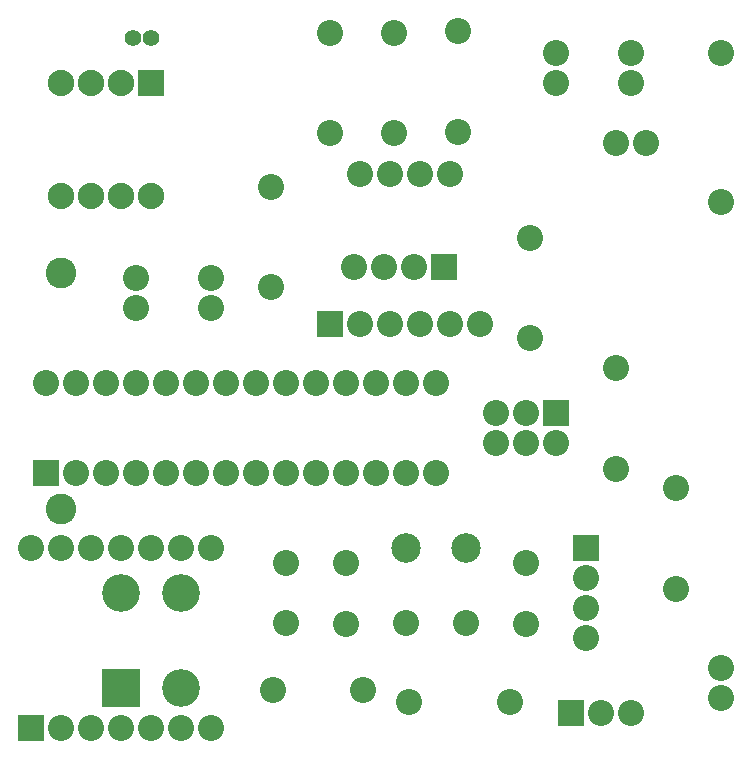
<source format=gts>
G04*
G04 #@! TF.GenerationSoftware,Altium Limited,Altium Designer,21.7.2 (23)*
G04*
G04 Layer_Color=8388736*
%FSLAX25Y25*%
%MOIN*%
G70*
G04*
G04 #@! TF.SameCoordinates,5A2C8144-CC96-4660-950F-F598549C9966*
G04*
G04*
G04 #@! TF.FilePolarity,Negative*
G04*
G01*
G75*
%ADD12C,0.10249*%
%ADD13C,0.08674*%
%ADD14R,0.08674X0.08674*%
%ADD15C,0.09855*%
%ADD16R,0.12611X0.12611*%
%ADD17C,0.12611*%
%ADD18C,0.05524*%
%ADD19C,0.08800*%
%ADD20R,0.08800X0.08800*%
%ADD21R,0.08674X0.08674*%
D12*
X19437Y83098D02*
D03*
Y161839D02*
D03*
D13*
X169000Y19000D02*
D03*
X135535D02*
D03*
X120000Y23000D02*
D03*
X90000D02*
D03*
X239437Y235098D02*
D03*
Y185492D02*
D03*
X19437Y10256D02*
D03*
X29437D02*
D03*
X39437D02*
D03*
X49437D02*
D03*
X59437D02*
D03*
X69437D02*
D03*
X9437Y70098D02*
D03*
X19437D02*
D03*
X29437D02*
D03*
X39437D02*
D03*
X49437D02*
D03*
X59437D02*
D03*
X69437D02*
D03*
X174437Y115098D02*
D03*
X164437D02*
D03*
X184437Y105098D02*
D03*
X174437D02*
D03*
X164437D02*
D03*
X144437Y125098D02*
D03*
X134437D02*
D03*
X124437D02*
D03*
X114437D02*
D03*
X104437D02*
D03*
X94437D02*
D03*
X84437D02*
D03*
X74437D02*
D03*
X64437D02*
D03*
X54437D02*
D03*
X44437D02*
D03*
X34437D02*
D03*
X24437D02*
D03*
X14437D02*
D03*
X144437Y95098D02*
D03*
X134437D02*
D03*
X124437D02*
D03*
X114437D02*
D03*
X104437D02*
D03*
X94437D02*
D03*
X84437D02*
D03*
X74437D02*
D03*
X64437D02*
D03*
X54437D02*
D03*
X44437D02*
D03*
X34437D02*
D03*
X24437D02*
D03*
X114437Y45020D02*
D03*
Y65098D02*
D03*
X154437Y45098D02*
D03*
X134358D02*
D03*
X174437Y45020D02*
D03*
Y65098D02*
D03*
X94437Y45098D02*
D03*
Y65177D02*
D03*
X224437Y90098D02*
D03*
Y56634D02*
D03*
X151947Y209000D02*
D03*
Y242465D02*
D03*
X89437Y190563D02*
D03*
Y157098D02*
D03*
X130473Y208535D02*
D03*
Y242000D02*
D03*
X109000Y208535D02*
D03*
Y242000D02*
D03*
X204437Y96634D02*
D03*
Y130098D02*
D03*
X175631Y140098D02*
D03*
Y173563D02*
D03*
X137000Y164000D02*
D03*
X127000D02*
D03*
X117000D02*
D03*
X214437Y205098D02*
D03*
X204437D02*
D03*
X194437Y40098D02*
D03*
Y50098D02*
D03*
Y60098D02*
D03*
X149000Y195000D02*
D03*
X139000D02*
D03*
X129000D02*
D03*
X119000D02*
D03*
X159000Y145000D02*
D03*
X149000D02*
D03*
X139000D02*
D03*
X129000D02*
D03*
X119000D02*
D03*
X209437Y15098D02*
D03*
X199437D02*
D03*
X239437Y30098D02*
D03*
Y20098D02*
D03*
X44437Y150098D02*
D03*
Y160098D02*
D03*
X69437Y150098D02*
D03*
Y160098D02*
D03*
X209437Y235098D02*
D03*
Y225098D02*
D03*
X184437Y235098D02*
D03*
Y225098D02*
D03*
D14*
X9437Y10256D02*
D03*
X184437Y115098D02*
D03*
X14437Y95098D02*
D03*
X147000Y164000D02*
D03*
X109000Y145000D02*
D03*
X189437Y15098D02*
D03*
D15*
X134358Y70098D02*
D03*
X154437D02*
D03*
D16*
X39437Y23602D02*
D03*
D17*
X59516D02*
D03*
X39437Y55098D02*
D03*
X59516D02*
D03*
D18*
X43532Y240098D02*
D03*
X49437D02*
D03*
D19*
X19437Y187598D02*
D03*
X29437D02*
D03*
X39437D02*
D03*
X49437D02*
D03*
X19437Y225098D02*
D03*
X29437D02*
D03*
X39437D02*
D03*
D20*
X49437D02*
D03*
D21*
X194437Y70098D02*
D03*
M02*

</source>
